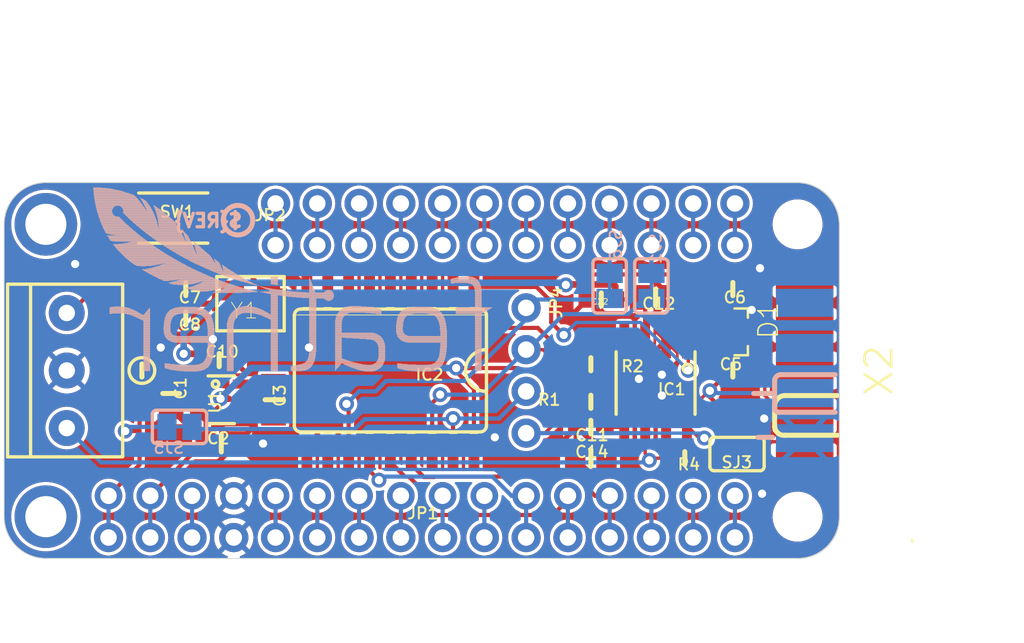
<source format=kicad_pcb>
(kicad_pcb (version 20221018) (generator pcbnew)
  (layers (0 "F.Cu" signal) (1 "In1.Cu" signal) (2 "In2.Cu" signal) (3 "In3.Cu" signal) (4 "In4.Cu" signal) (5 "In5.Cu" signal) (6 "In6.Cu" signal) (7 "In7.Cu" signal) (8 "In8.Cu" signal) (9 "In9.Cu" signal) (10 "In10.Cu" signal) (11 "In11.Cu" signal) (12 "In12.Cu" signal) (13 "In13.Cu" signal) (14 "In14.Cu" signal) (31 "B.Cu" signal) (34 "B.Paste" user) (35 "F.Paste" user) (36 "B.SilkS" user "B.Silkscreen") (37 "F.SilkS" user "F.Silkscreen") (38 "B.Mask" user) (39 "F.Mask" user) (44 "Edge.Cuts" user))
  (net 0 "")
  (net 1 "GND")
  (net 2 "SDA")
  (net 3 "SCL")
  (net 4 "VBAT")
  (net 5 "EN")
  (net 6 "USB")
  (net 7 "N")
  (net 8 "M")
  (net 9 "L")
  (net 10 "K")
  (net 11 "CAN_CS")
  (net 12 "G")
  (net 13 "TX")
  (net 14 "RX")
  (net 15 "MISO")
  (net 16 "MOSI")
  (net 17 "SCK")
  (net 18 "F")
  (net 19 "E")
  (net 20 "D")
  (net 21 "C")
  (net 22 "B")
  (net 23 "A")
  (net 24 "AREF")
  (net 25 "RESET")
  (net 26 "N$2")
  (net 27 "CAN_RX")
  (net 28 "CAN_TX")
  (net 29 "OSC2")
  (net 30 "OSC1")
  (net 31 "CAN_L")
  (net 32 "CAN_H")
  (net 33 "CAN_CS_DEFAULT")
  (net 34 "5.0V")
  (net 35 "3.3V")
  (net 36 "~{CAN_INT}")
  (net 37 "CAN_INT_DEFAULT")
  (net 38 "N$1")
  (net 39 "N$3")
  (net 40 "CAN_RESET")
  (net 41 "SILENT")
  (net 42 "J")
  (footprint "working:0603-NO" (layer "F.Cu") (at 134.149713 101.828193)
    (fp_text reference "C8")
    (fp_text value "15pF")
  )
  (footprint "working:SOIC18WIDE" (layer "F.Cu") (at 146.595713 105.003193 180)
    (fp_text reference "IC2")
    (fp_text value "MCP2515/SO")
  )
  (footprint "working:0603-NO" (layer "F.Cu") (at 136.181713 104.368193 180)
    (fp_text reference "C10")
    (fp_text value "0.1uF")
  )
  (footprint "working:1X04_ROUND" (layer "F.Cu") (at 154.850713 105.003193 -90)
    (fp_text reference "JP4")
    (fp_text value "")
  )
  (footprint "working:PLABEL15" (layer "F.Cu") (at 157.009713 110.718193 90)
    (fp_text reference "PLABEL15" hide)
    (fp_text value "" hide)
  )
  (footprint "working:TERMBLOCK_1X3-3.5MM" (layer "F.Cu") (at 126.910713 105.003193 -90)
    (fp_text reference "NEOPIX1" hide)
    (fp_text value "3.5mm")
  )
  (footprint "working:SOT23-6" (layer "F.Cu") (at 136.308713 106.781193 -90)
    (fp_text reference "U1")
    (fp_text value "AP3602")
  )
  (footprint "working:0805-NO" (layer "F.Cu") (at 158.787713 110.337193 180)
    (fp_text reference "C14")
    (fp_text value "10uF")
  )
  (footprint "working:FIDUCIAL_1MM" (layer "F.Cu") (at 129.323713 95.605193)
    (fp_text reference "FID2" hide)
    (fp_text value "FIDUCIAL_1MM" hide)
  )
  (footprint "working:0603-NO" (layer "F.Cu") (at 159.422713 100.685193)
    (fp_text reference "C22")
    (fp_text value "0.1uF" hide)
  )
  (footprint "working:0805-NO" (layer "F.Cu") (at 162.724713 100.558193)
    (fp_text reference "C12")
    (fp_text value "10uF")
  )
  (footprint "working:CRYSTAL_3.2X2.5" (layer "F.Cu") (at 138.086713 100.939193)
    (fp_text reference "Y1")
    (fp_text value "16MHz 9pF")
  )
  (footprint "working:PLABEL2" (layer "F.Cu") (at 131.355713 101.320193 90)
    (fp_text reference "PLABEL2" hide)
    (fp_text value "" hide)
  )
  (footprint "working:SYMBOL_MINUS" (layer "F.Cu") (at 131.482713 105.003193 90)
    (fp_text reference "U$21" hide)
    (fp_text value "" hide)
  )
  (footprint "working:PLABEL3" (layer "F.Cu") (at 165.391713 106.908193)
    (fp_text reference "PLABEL3" hide)
    (fp_text value "" hide)
  )
  (footprint "working:FIDUCIAL_1MM" (layer "F.Cu") (at 169.836713 115.544193)
    (fp_text reference "FID3" hide)
    (fp_text value "FIDUCIAL_1MM" hide)
  )
  (footprint "working:0805-NO" (layer "F.Cu") (at 136.308713 109.448193)
    (fp_text reference "C2")
    (fp_text value "10uF")
  )
  (footprint "working:PLABEL16" (layer "F.Cu") (at 165.264713 108.686193)
    (fp_text reference "PLABEL16" hide)
    (fp_text value "" hide)
  )
  (footprint "working:PLABEL6" (layer "F.Cu") (at 153.707713 107.670193 90)
    (fp_text reference "PLABEL6" hide)
    (fp_text value "" hide)
  )
  (footprint "working:0603-NO" (layer "F.Cu") (at 167.423713 100.050193)
    (fp_text reference "C6")
    (fp_text value "47pF")
  )
  (footprint "working:SOLDERJUMPER_CLOSEDWIRE" (layer "F.Cu") (at 167.677713 110.083193)
    (fp_text reference "SJ3")
    (fp_text value "")
  )
  (footprint "working:M09D" (layer "F.Cu") (at 177.837713 105.003193 -90)
    (fp_text reference "X2")
    (fp_text value "DE-9")
  )
  (footprint "working:0603-NO" (layer "F.Cu") (at 158.787713 104.622193)
    (fp_text reference "R2")
    (fp_text value "10K")
  )
  (footprint "working:0603-NO" (layer "F.Cu") (at 158.787713 106.908193 180)
    (fp_text reference "R1")
    (fp_text value "10K")
  )
  (footprint "working:FEATHERWING_NODIM" (layer "F.Cu") (at 123.100713 116.433193)
    (fp_text reference "MS1" hide)
    (fp_text value "FEATHERWING_NODIM" hide)
  )
  (footprint "working:1X16_ROUND" (layer "F.Cu") (at 148.500713 112.623193 180)
    (fp_text reference "JP1")
    (fp_text value "")
  )
  (footprint "working:BTN_RKB2_4.6X2.8" (layer "F.Cu") (at 133.387713 95.732193)
    (fp_text reference "SW1")
    (fp_text value "RKB2")
  )
  (footprint "working:0805-NO" (layer "F.Cu") (at 133.260713 106.400193 -90)
    (fp_text reference "C1")
    (fp_text value "10uF")
  )
  (footprint "working:SOIC8_150MIL" (layer "F.Cu") (at 162.724713 105.765193 180)
    (fp_text reference "IC1")
    (fp_text value "TJA1051T/3")
  )
  (footprint "working:PLABEL1" (layer "F.Cu") (at 131.482713 108.813193 90)
    (fp_text reference "PLABEL1" hide)
    (fp_text value "" hide)
  )
  (footprint "working:0603-NO" (layer "F.Cu") (at 164.502713 110.337193)
    (fp_text reference "R4")
    (fp_text value "120")
  )
  (footprint "working:SOT23" (layer "F.Cu") (at 167.677713 102.653693 -90)
    (fp_text reference "D1")
    (fp_text value "PESD1CAN")
  )
  (footprint "working:1X12_ROUND" (layer "F.Cu") (at 153.580713 97.383193)
    (fp_text reference "JP2")
    (fp_text value "")
  )
  (footprint "working:PLABEL0" (layer "F.Cu") (at 133.387713 98.018193)
    (fp_text reference "PLABEL0" hide)
    (fp_text value "" hide)
  )
  (footprint "working:0603-NO" (layer "F.Cu") (at 134.149713 100.050193)
    (fp_text reference "C7")
    (fp_text value "15pF")
  )
  (footprint "working:PLABEL4" (layer "F.Cu") (at 157.009713 104.749193 90)
    (fp_text reference "PLABEL4" hide)
    (fp_text value "" hide)
  )
  (footprint "working:0603-NO" (layer "F.Cu") (at 158.787713 108.432193)
    (fp_text reference "C11")
    (fp_text value "0.1uF")
  )
  (footprint "working:0603-NO" (layer "F.Cu") (at 167.423713 105.003193 180)
    (fp_text reference "C5")
    (fp_text value "47pF")
  )
  (footprint "working:PLABEL5" (layer "F.Cu") (at 153.707713 102.082193 90)
    (fp_text reference "PLABEL5" hide)
    (fp_text value "" hide)
  )
  (footprint "working:0805-NO" (layer "F.Cu") (at 139.483713 106.781193 90)
    (fp_text reference "C3")
    (fp_text value "1uF")
  )
  (footprint "working:PLABEL10" (layer "B.Cu") (at 168.566713 107.035193 180)
    (fp_text reference "PLABEL10" hide)
    (fp_text value "" hide)
  )
  (footprint "working:SOLDERJUMPER_CLOSEDWIRE" (layer "B.Cu") (at 162.470713 99.859693 -90)
    (fp_text reference "SJ1")
    (fp_text value "")
  )
  (footprint "working:PLABEL9" (layer "B.Cu") (at 163.105713 101.828193 -90)
    (fp_text reference "PLABEL9" hide)
    (fp_text value "" hide)
  )
  (footprint "working:PCBFEAT-REV-040" (layer "B.Cu") (at 137.324713 95.859193 180)
    (fp_text reference "U$33" hide)
    (fp_text value "" hide)
  )
  (footprint "working:PLABEL8" (layer "B.Cu") (at 160.565713 101.701193 -90)
    (fp_text reference "PLABEL8" hide)
    (fp_text value "" hide)
  )
  (footprint "working:PLABEL11" (layer "B.Cu") (at 168.693713 109.575193 180)
    (fp_text reference "PLABEL11" hide)
    (fp_text value "" hide)
  )
  (footprint "working:SOLDERJUMPER_CLOSEDWIRE" (layer "B.Cu") (at 159.930713 99.859693 -90)
    (fp_text reference "SJ6")
    (fp_text value "")
  )
  (footprint "working:SOLDERJUMPER_CLOSEDWIRE" (layer "B.Cu") (at 133.768713 108.432193)
    (fp_text reference "SJ5")
    (fp_text value "")
  )
  (footprint "working:PLABEL13" (layer "B.Cu") (at 152.310713 110.337193 180)
    (fp_text reference "PLABEL13" hide)
    (fp_text value "" hide)
  )
  (footprint "working:FEATHERLOGO" (layer "B.Cu") (at 152.818713 105.130193 180)
    (fp_text reference "U$22" hide)
    (fp_text value "" hide)
  )
  (footprint "working:PLABEL12" (layer "B.Cu") (at 135.419713 110.972193 180)
    (fp_text reference "PLABEL12" hide)
    (fp_text value "" hide)
  )
  (footprint "working:PLABEL14" (layer "B.Cu") (at 166.915713 105.384193 90)
    (fp_text reference "PLABEL14" hide)
    (fp_text value "" hide)
  )
  (gr_line (start 169.836713 106.400193) (end 168.693713 106.400193) (stroke (width 0.3048)) (layer "B.SilkS"))
  (gr_arc (start 169.963713 105.638193) (mid 170.075305 105.368785) (end 170.344713 105.257193) (stroke (width 0.3048)) (layer "B.SilkS"))
  (gr_line (start 169.963713 105.638193) (end 169.963713 107.289193) (stroke (width 0.3048)) (layer "B.SilkS"))
  (gr_line (start 173.646713 105.257193) (end 170.344713 105.257193) (stroke (width 0.3048)) (layer "B.SilkS"))
  (gr_line (start 169.836713 109.067193) (end 168.947713 109.067193) (stroke (width 0.3048)) (layer "B.SilkS"))
  (gr_line (start 170.217713 107.543193) (end 173.646713 107.543193) (stroke (width 0.3048)) (layer "B.SilkS"))
  (gr_arc (start 170.217713 107.543193) (mid 170.038108 107.468798) (end 169.963713 107.289193) (stroke (width 0.3048)) (layer "B.SilkS"))
  (gr_line (start 169.963713 107.162193) (end 169.963713 108.432193) (stroke (width 0.3048)) (layer "F.SilkS"))
  (gr_line (start 170.598713 108.940193) (end 173.773713 108.940193) (stroke (width 0.3048)) (layer "F.SilkS"))
  (gr_arc (start 170.598713 108.940193) (mid 170.176003 108.817706) (end 169.963713 108.432193) (stroke (width 0.3048)) (layer "F.SilkS"))
  (gr_line (start 173.773713 106.527193) (end 170.598713 106.527193) (stroke (width 0.3048)) (layer "F.SilkS"))
  (gr_arc (start 169.963713 107.162193) (mid 170.1497 106.71318) (end 170.598713 106.527193) (stroke (width 0.3048)) (layer "F.SilkS"))
  (gr_arc (start 125.640713 116.433193) (mid 123.844662 115.689244) (end 123.100713 113.893193) (stroke (width 0.05)) (layer "Edge.Cuts"))
  (gr_line (start 173.900713 96.240193) (end 173.900713 114.020193) (stroke (width 0.05)) (layer "Edge.Cuts"))
  (gr_arc (start 123.100713 96.113193) (mid 123.844662 94.317142) (end 125.640713 93.573193) (stroke (width 0.05)) (layer "Edge.Cuts"))
  (gr_arc (start 173.900713 114.020193) (mid 173.130462 115.752744) (end 171.360713 116.433193) (stroke (width 0.05)) (layer "Edge.Cuts"))
  (gr_arc (start 171.360713 93.573193) (mid 173.156764 94.317142) (end 173.900713 96.113193) (stroke (width 0.05)) (layer "Edge.Cuts"))
  (gr_line (start 171.360713 93.573193) (end 125.640713 93.573193) (stroke (width 0.05)) (layer "Edge.Cuts"))
  (gr_arc (start 171.360713 93.573193) (mid 173.183067 94.380642) (end 173.900713 96.240193) (stroke (width 0.05)) (layer "Edge.Cuts"))
  (gr_line (start 123.100713 113.893193) (end 123.100713 96.113193) (stroke (width 0.05)) (layer "Edge.Cuts"))
  (gr_line (start 173.900713 113.893193) (end 173.900713 96.113193) (stroke (width 0.05)) (layer "Edge.Cuts"))
  (gr_line (start 171.360713 116.433193) (end 125.640713 116.433193) (stroke (width 0.05)) (layer "Edge.Cuts"))
  (gr_arc (start 123.100713 96.113193) (mid 123.844662 94.317142) (end 125.640713 93.573193) (stroke (width 0.05)) (layer "Edge.Cuts"))
  (gr_arc (start 125.640713 116.433193) (mid 123.844662 115.689244) (end 123.100713 113.893193) (stroke (width 0.05)) (layer "Edge.Cuts"))
  (gr_arc (start 173.900713 113.893193) (mid 173.156764 115.689244) (end 171.360713 116.433193) (stroke (width 0.05)) (layer "Edge.Cuts"))
  (segment (start 158.787713 111.480193) (end 159.421344 111.480193) (width 0.254) (layer "F.Cu") (net 1))
  (segment (start 161.708713 106.879218) (end 161.708713 105.511193) (width 0.254) (layer "F.Cu") (net 1))
  (segment (start 135.008713 106.781193) (end 133.829713 106.781193) (width 0.254) (layer "F.Cu") (net 1))
  (segment (start 158.601463 107.966993) (end 158.402913 107.966993) (width 0.2032) (layer "F.Cu") (net 1))
  (segment (start 157.837713 110.337193) (end 157.837713 110.530193) (width 0.254) (layer "F.Cu") (net 1))
  (segment (start 169.455713 103.606193) (end 171.614713 103.606193) (width 0.2032) (layer "F.Cu") (net 1))
  (segment (start 163.359713 102.209193) (end 163.359713 103.165193) (width 0.254) (layer "F.Cu") (net 1))
  (segment (start 163.674713 101.894193) (end 163.359713 102.209193) (width 0.254) (layer "F.Cu") (net 1))
  (segment (start 161.459513 110.840393) (end 161.459513 107.128418) (width 0.254) (layer "F.Cu") (net 1))
  (segment (start 157.837713 108.432193) (end 157.937713 108.432193) (width 0.2032) (layer "F.Cu") (net 1))
  (segment (start 171.614713 103.606193) (end 171.792713 103.784193) (width 0.2032) (layer "F.Cu") (net 1))
  (segment (start 171.792713 103.784193) (end 171.792713 105.003193) (width 0.2032) (layer "F.Cu") (net 1))
  (segment (start 159.637713 106.908193) (end 159.637713 106.930743) (width 0.2032) (layer "F.Cu") (net 1))
  (segment (start 158.402913 107.966993) (end 157.937713 108.432193) (width 0.2032) (layer "F.Cu") (net 1))
  (segment (start 168.777713 102.653693) (end 168.777713 102.928193) (width 0.2032) (layer "F.Cu") (net 1))
  (segment (start 157.837713 110.337193) (end 157.837713 108.432193) (width 0.2032) (layer "F.Cu") (net 1))
  (segment (start 159.421344 111.480193) (end 159.446744 111.454793) (width 0.254) (layer "F.Cu") (net 1))
  (segment (start 168.777713 102.928193) (end 169.455713 103.606193) (width 0.2032) (layer "F.Cu") (net 1))
  (segment (start 159.637713 106.930743) (end 158.601463 107.966993) (width 0.2032) (layer "F.Cu") (net 1))
  (segment (start 133.829713 106.781193) (end 133.260713 107.350193) (width 0.254) (layer "F.Cu") (net 1))
  (segment (start 163.674713 100.558193) (end 163.674713 101.894193) (width 0.254) (layer "F.Cu") (net 1))
  (segment (start 160.845113 111.454793) (end 161.459513 110.840393) (width 0.254) (layer "F.Cu") (net 1))
  (segment (start 157.837713 110.530193) (end 158.787713 111.480193) (width 0.254) (layer "F.Cu") (net 1))
  (segment (start 159.446744 111.454793) (end 160.845113 111.454793) (width 0.254) (layer "F.Cu") (net 1))
  (segment (start 161.459513 107.128418) (end 161.708713 106.879218) (width 0.254) (layer "F.Cu") (net 1))
  (via (at 169.328713 107.924193) (size 0.9064) (drill 0.5) (layers "F.Cu" "B.Cu") (net 1))
  (via (at 127.418713 98.526193) (size 0.9064) (drill 0.5) (layers "F.Cu" "B.Cu") (net 1))
  (via (at 169.074713 98.780193) (size 0.9064) (drill 0.5) (layers "F.Cu" "B.Cu") (net 1))
  (via (at 152.945713 109.067193) (size 0.9064) (drill 0.5) (layers "F.Cu" "B.Cu") (net 1))
  (via (at 138.848713 109.448193) (size 0.9064) (drill 0.5) (layers "F.Cu" "B.Cu") (net 1))
  (via (at 168.566713 101.320193) (size 0.9064) (drill 0.5) (layers "F.Cu" "B.Cu") (net 1))
  (via (at 169.201713 112.496193) (size 0.9064) (drill 0.5) (layers "F.Cu" "B.Cu") (net 1))
  (via (at 135.800713 103.098193) (size 0.9064) (drill 0.5) (layers "F.Cu" "B.Cu") (net 1))
  (via (at 161.708713 105.511193) (size 0.9064) (drill 0.5) (layers "F.Cu" "B.Cu") (net 1))
  (via (at 163.105713 105.257193) (size 0.9064) (drill 0.5) (layers "F.Cu" "B.Cu") (net 1))
  (via (at 132.625713 103.606193) (size 0.9064) (drill 0.5) (layers "F.Cu" "B.Cu") (net 1))
  (via (at 141.642713 103.606193) (size 0.9064) (drill 0.5) (layers "F.Cu" "B.Cu") (net 1))
  (via (at 163.105713 106.527193) (size 0.9064) (drill 0.5) (layers "F.Cu" "B.Cu") (net 1))
  (segment (start 167.550713 94.843193) (end 167.550713 97.383193) (width 0.254) (layer "B.Cu") (net 2))
  (segment (start 165.010713 94.843193) (end 165.010713 97.383193) (width 0.254) (layer "B.Cu") (net 3))
  (segment (start 139.610713 94.843193) (end 139.610713 97.383193) (width 0.254) (layer "B.Cu") (net 4))
  (segment (start 142.150713 97.383193) (end 142.150713 94.843193) (width 0.254) (layer "B.Cu") (net 5))
  (segment (start 144.690713 94.843193) (end 144.690713 97.383193) (width 0.254) (layer "B.Cu") (net 6))
  (segment (start 147.230713 97.383193) (end 147.230713 94.843193) (width 0.254) (layer "B.Cu") (net 7))
  (segment (start 149.770713 94.843193) (end 149.770713 97.383193) (width 0.254) (layer "B.Cu") (net 8))
  (segment (start 152.310713 97.383193) (end 152.310713 94.843193) (width 0.254) (layer "B.Cu") (net 9))
  (segment (start 154.850713 94.843193) (end 154.850713 97.383193) (width 0.254) (layer "B.Cu") (net 10))
  (segment (start 155.866713 103.733193) (end 156.755713 104.622193) (width 0.2032) (layer "F.Cu") (net 11))
  (segment (start 149.135713 110.032393) (end 149.135713 106.984393) (width 0.254) (layer "F.Cu") (net 11))
  (segment (start 156.755713 104.622193) (end 157.937713 104.622193) (width 0.2032) (layer "F.Cu") (net 11))
  (segment (start 149.635863 106.484243) (end 149.135713 106.984393) (width 0.254) (layer "F.Cu") (net 11))
  (segment (start 154.850713 103.733193) (end 155.866713 103.733193) (width 0.2032) (layer "F.Cu") (net 11))
  (segment (start 149.622313 106.470693) (end 149.635863 106.484243) (width 0.254) (layer "F.Cu") (net 11))
  (via (at 149.622313 106.470693) (size 0.9064) (drill 0.5) (layers "F.Cu" "B.Cu") (net 11))
  (segment (start 154.977713 103.733193) (end 157.136713 101.574193) (width 0.254) (layer "B.Cu") (net 11))
  (segment (start 162.026213 100.621693) (end 161.073713 101.574193) (width 0.254) (layer "B.Cu") (net 11))
  (segment (start 157.136713 101.574193) (end 161.073713 101.574193) (width 0.254) (layer "B.Cu") (net 11))
  (segment (start 149.622313 106.470693) (end 152.113213 106.470693) (width 0.254) (layer "B.Cu") (net 11))
  (segment (start 154.850713 103.733193) (end 154.977713 103.733193) (width 0.254) (layer "B.Cu") (net 11))
  (segment (start 152.113213 106.470693) (end 154.850713 103.733193) (width 0.254) (layer "B.Cu") (net 11))
  (segment (start 162.470713 100.621693) (end 162.026213 100.621693) (width 0.254) (layer "B.Cu") (net 11))
  (segment (start 167.550713 115.163193) (end 167.550713 112.623193) (width 0.254) (layer "B.Cu") (net 12))
  (segment (start 165.010713 115.163193) (end 165.010713 112.623193) (width 0.254) (layer "B.Cu") (net 13))
  (segment (start 162.470713 112.623193) (end 162.470713 115.163193) (width 0.254) (layer "B.Cu") (net 14))
  (segment (start 148.627713 111.480193) (end 149.261344 111.480193) (width 0.254) (layer "F.Cu") (net 15))
  (segment (start 149.261344 111.480193) (end 149.286744 111.454793) (width 0.254) (layer "F.Cu") (net 15))
  (segment (start 147.865713 110.718193) (end 148.627713 111.480193) (width 0.254) (layer "F.Cu") (net 15))
  (segment (start 157.874681 111.454793) (end 159.043081 112.623193) (width 0.254) (layer "F.Cu") (net 15))
  (segment (start 159.043081 112.623193) (end 159.930713 112.623193) (width 0.254) (layer "F.Cu") (net 15))
  (segment (start 147.865713 110.032393) (end 147.865713 110.718193) (width 0.254) (layer "F.Cu") (net 15))
  (segment (start 149.286744 111.454793) (end 157.874681 111.454793) (width 0.254) (layer "F.Cu") (net 15))
  (segment (start 159.930713 112.623193) (end 159.930713 115.163193) (width 0.254) (layer "B.Cu") (net 15))
  (segment (start 157.390713 112.877193) (end 157.390713 112.623193) (width 0.254) (layer "F.Cu") (net 16))
  (segment (start 156.476313 113.791593) (end 157.390713 112.877193) (width 0.254) (layer "F.Cu") (net 16))
  (segment (start 147.714681 111.454793) (end 148.399113 112.139225) (width 0.254) (layer "F.Cu") (net 16))
  (segment (start 146.595713 110.032393) (end 146.595713 110.575568) (width 0.254) (layer "F.Cu") (net 16))
  (segment (start 146.595713 110.575568) (end 147.474938 111.454793) (width 0.254) (layer "F.Cu") (net 16))
  (segment (start 148.399113 113.537593) (end 148.653113 113.791593) (width 0.254) (layer "F.Cu") (net 16))
  (segment (start 147.474938 111.454793) (end 147.714681 111.454793) (width 0.254) (layer "F.Cu") (net 16))
  (segment (start 148.653113 113.791593) (end 156.476313 113.791593) (width 0.254) (layer "F.Cu") (net 16))
  (segment (start 148.399113 112.139225) (end 148.399113 113.537593) (width 0.254) (layer "F.Cu") (net 16))
  (segment (start 157.390713 115.163193) (end 157.390713 112.623193) (width 0.254) (layer "B.Cu") (net 16))
  (segment (start 145.325713 110.032393) (end 145.325713 111.099193) (width 0.254) (layer "F.Cu") (net 17))
  (segment (start 145.897213 111.670693) (end 145.325713 111.099193) (width 0.254) (layer "F.Cu") (net 17))
  (via (at 145.897213 111.670693) (size 0.9064) (drill 0.5) (layers "F.Cu" "B.Cu") (net 17))
  (segment (start 153.963081 112.623193) (end 154.850713 112.623193) (width 0.254) (layer "B.Cu") (net 17))
  (segment (start 152.794681 111.454793) (end 146.113113 111.454793) (width 0.254) (layer "B.Cu") (net 17))
  (segment (start 154.850713 115.163193) (end 154.850713 112.623193) (width 0.254) (layer "B.Cu") (net 17))
  (segment (start 152.794681 111.454793) (end 153.963081 112.623193) (width 0.254) (layer "B.Cu") (net 17))
  (segment (start 145.897213 111.670693) (end 146.113113 111.454793) (width 0.254) (layer "B.Cu") (net 17))
  (segment (start 152.310713 115.163193) (end 152.310713 112.623193) (width 0.254) (layer "B.Cu") (net 18))
  (segment (start 149.770713 115.163193) (end 149.770713 112.623193) (width 0.254) (layer "B.Cu") (net 19))
  (segment (start 147.230713 112.623193) (end 147.230713 115.163193) (width 0.254) (layer "B.Cu") (net 20))
  (segment (start 144.690713 115.163193) (end 144.690713 112.623193) (width 0.254) (layer "B.Cu") (net 21))
  (segment (start 142.150713 112.623193) (end 142.150713 115.163193) (width 0.254) (layer "B.Cu") (net 22))
  (segment (start 139.610713 115.163193) (end 139.610713 112.623193) (width 0.254) (layer "B.Cu") (net 23))
  (segment (start 134.530713 115.163193) (end 134.530713 112.623193) (width 0.254) (layer "B.Cu") (net 24))
  (segment (start 131.337713 110.736193) (end 129.450713 112.623193) (width 0.254) (layer "F.Cu") (net 25))
  (segment (start 131.210713 108.686193) (end 131.337713 108.813193) (width 0.254) (layer "F.Cu") (net 25))
  (segment (start 130.466713 108.686193) (end 131.210713 108.686193) (width 0.254) (layer "F.Cu") (net 25))
  (segment (start 131.337713 108.813193) (end 131.337713 110.736193) (width 0.254) (layer "F.Cu") (net 25))
  (segment (start 131.414713 96.807193) (end 131.337713 108.813193) (width 0.254) (layer "F.Cu") (net 25))
  (segment (start 131.414713 96.807193) (end 135.360713 96.807193) (width 0.254) (layer "F.Cu") (net 25))
  (via (at 130.466713 108.686193) (size 0.9064) (drill 0.5) (layers "F.Cu" "B.Cu") (net 25))
  (segment (start 129.450713 112.623193) (end 129.450713 115.163193) (width 0.254) (layer "B.Cu") (net 25))
  (segment (start 133.006713 108.432193) (end 130.720713 108.432193) (width 0.254) (layer "B.Cu") (net 25))
  (segment (start 130.720713 108.432193) (end 130.466713 108.686193) (width 0.254) (layer "B.Cu") (net 25))
  (segment (start 137.608713 107.731193) (end 139.483713 107.731193) (width 0.254) (layer "F.Cu") (net 26))
  (segment (start 156.882713 103.733193) (end 160.251713 103.733193) (width 0.254) (layer "F.Cu") (net 27))
  (segment (start 155.561913 102.412393) (end 156.882713 103.733193) (width 0.254) (layer "F.Cu") (net 27))
  (segment (start 151.015313 100.583593) (end 151.015313 101.126768) (width 0.254) (layer "F.Cu") (net 27))
  (segment (start 151.015313 101.126768) (end 152.300938 102.412393) (width 0.254) (layer "F.Cu") (net 27))
  (segment (start 152.300938 102.412393) (end 155.561913 102.412393) (width 0.254) (layer "F.Cu") (net 27))
  (segment (start 160.251713 103.733193) (end 160.819713 103.165193) (width 0.254) (layer "F.Cu") (net 27))
  (segment (start 150.405713 99.973993) (end 151.015313 100.583593) (width 0.254) (layer "F.Cu") (net 27))
  (segment (start 155.485713 99.923193) (end 151.726513 99.923193) (width 0.254) (layer "F.Cu") (net 28))
  (segment (start 156.374713 100.812193) (end 156.374713 102.082193) (width 0.254) (layer "F.Cu") (net 28))
  (segment (start 157.136713 102.844193) (end 156.374713 102.082193) (width 0.254) (layer "F.Cu") (net 28))
  (segment (start 164.629713 103.165193) (end 164.713313 103.248793) (width 0.2032) (layer "F.Cu") (net 28))
  (segment (start 151.675713 99.973993) (end 151.726513 99.923193) (width 0.254) (layer "F.Cu") (net 28))
  (segment (start 156.374713 100.812193) (end 155.485713 99.923193) (width 0.254) (layer "F.Cu") (net 28))
  (segment (start 164.713313 103.248793) (end 164.713313 104.992881) (width 0.2032) (layer "F.Cu") (net 28))
  (via (at 164.713313 104.992881) (size 0.9064) (drill 0.5) (layers "F.Cu" "B.Cu") (net 28))
  (via (at 157.136713 102.844193) (size 0.9064) (drill 0.5) (layers "F.Cu" "B.Cu") (net 28))
  (segment (start 161.802625 102.082193) (end 157.898713 102.082193) (width 0.2032) (layer "B.Cu") (net 28))
  (segment (start 164.713313 104.992881) (end 161.802625 102.082193) (width 0.2032) (layer "B.Cu") (net 28))
  (segment (start 157.136713 102.844193) (end 157.898713 102.082193) (width 0.2032) (layer "B.Cu") (net 28))
  (segment (start 142.934113 102.441793) (end 144.055713 101.320193) (width 0.254) (layer "F.Cu") (net 29))
  (segment (start 138.086713 103.098193) (end 140.026813 103.098193) (width 0.254) (layer "F.Cu") (net 29))
  (segment (start 136.986713 101.739193) (end 135.088713 101.739193) (width 0.254) (layer "F.Cu") (net 29))
  (segment (start 144.055713 101.320193) (end 144.055713 99.973993) (width 0.254) (layer "F.Cu") (net 29))
  (segment (start 136.986713 101.998193) (end 136.986713 101.739193) (width 0.254) (layer "F.Cu") (net 29))
  (segment (start 136.986713 101.998193) (end 138.086713 103.098193) (width 0.254) (layer "F.Cu") (net 29))
  (segment (start 140.026813 103.098193) (end 140.683213 102.441793) (width 0.254) (layer "F.Cu") (net 29))
  (segment (start 135.088713 101.739193) (end 134.999713 101.828193) (width 0.254) (layer "F.Cu") (net 29))
  (segment (start 140.683213 102.441793) (end 142.934113 102.441793) (width 0.254) (layer "F.Cu") (net 29))
  (segment (start 140.626713 101.320193) (end 140.626713 100.558193) (width 0.254) (layer "F.Cu") (net 30))
  (segment (start 142.404713 101.701193) (end 142.785713 101.320193) (width 0.254) (layer "F.Cu") (net 30))
  (segment (start 139.186713 100.139193) (end 138.975713 100.139193) (width 0.254) (layer "F.Cu") (net 30))
  (segment (start 141.007713 101.701193) (end 140.626713 101.320193) (width 0.254) (layer "F.Cu") (net 30))
  (segment (start 140.207713 100.139193) (end 139.229713 100.139193) (width 0.254) (layer "F.Cu") (net 30))
  (segment (start 139.229713 100.139193) (end 139.186713 100.139193) (width 0.254) (layer "F.Cu") (net 30))
  (segment (start 141.007713 101.701193) (end 142.404713 101.701193) (width 0.254) (layer "F.Cu") (net 30))
  (segment (start 140.626713 100.558193) (end 140.207713 100.139193) (width 0.254) (layer "F.Cu") (net 30))
  (segment (start 134.999713 100.050193) (end 136.142713 98.907193) (width 0.254) (layer "F.Cu") (net 30))
  (segment (start 136.142713 98.907193) (end 137.743713 98.907193) (width 0.254) (layer "F.Cu") (net 30))
  (segment (start 142.785713 101.320193) (end 142.785713 99.973993) (width 0.254) (layer "F.Cu") (net 30))
  (segment (start 137.743713 98.907193) (end 138.975713 100.139193) (width 0.254) (layer "F.Cu") (net 30))
  (segment (start 171.411313 107.416193) (end 171.741713 107.746593) (width 0.2032) (layer "F.Cu") (net 31))
  (segment (start 166.573713 101.699693) (end 166.577713 101.703693) (width 0.2032) (layer "F.Cu") (net 31))
  (segment (start 163.906713 111.226193) (end 169.112063 111.226193) (width 0.2032) (layer "F.Cu") (net 31))
  (segment (start 169.582713 109.541543) (end 169.582713 110.755543) (width 0.2032) (layer "F.Cu") (net 31))
  (segment (start 163.906713 111.226193) (end 163.652713 110.972193) (width 0.2032) (layer "F.Cu") (net 31))
  (segment (start 162.343713 110.298193) (end 162.236213 110.190693) (width 0.254) (layer "F.Cu") (net 31))
  (segment (start 162.236213 110.190693) (end 162.089713 110.044193) (width 0.2032) (layer "F.Cu") (net 31))
  (segment (start 162.089713 108.365193) (end 162.089713 110.044193) (width 0.2032) (layer "F.Cu") (net 31))
  (segment (start 171.792913 107.746593) (end 171.741713 107.746593) (width 0.254) (layer "F.Cu") (net 31))
  (segment (start 166.577713 101.703693) (end 167.677713 102.803693) (width 0.2032) (layer "F.Cu") (net 31))
  (segment (start 168.693713 103.860193) (end 169.370013 104.536493) (width 0.2032) (layer "F.Cu") (net 31))
  (segment (start 163.652713 110.337193) (end 163.652713 110.972193) (width 0.2032) (layer "F.Cu") (net 31))
  (segment (start 169.112063 111.226193) (end 169.582713 110.755543) (width 0.2032) (layer "F.Cu") (net 31))
  (segment (start 167.677713 103.700643) (end 167.837263 103.860193) (width 0.2032) (layer "F.Cu") (net 31))
  (segment (start 169.789663 109.334593) (end 169.582713 109.541543) (width 0.2032) (layer "F.Cu") (net 31))
  (segment (start 167.837263 103.860193) (end 168.693713 103.860193) (width 0.2032) (layer "F.Cu") (net 31))
  (segment (start 162.343713 110.464193) (end 162.343713 110.298193) (width 0.254) (layer "F.Cu") (net 31))
  (segment (start 166.573713 100.050193) (end 166.573713 101.699693) (width 0.2032) (layer "F.Cu") (net 31))
  (segment (start 169.370013 106.527193) (end 170.259013 107.416193) (width 0.2032) (layer "F.Cu") (net 31))
  (segment (start 167.677713 102.803693) (end 167.677713 103.700643) (width 0.2032) (layer "F.Cu") (net 31))
  (segment (start 170.204913 109.334593) (end 169.789663 109.334593) (width 0.2032) (layer "F.Cu") (net 31))
  (segment (start 162.343713 110.464193) (end 162.343713 110.337193) (width 0.254) (layer "F.Cu") (net 31))
  (segment (start 169.370013 104.536493) (end 169.370013 106.527193) (width 0.2032) (layer "F.Cu") (net 31))
  (segment (start 170.259013 107.416193) (end 171.411313 107.416193) (width 0.2032) (layer "F.Cu") (net 31))
  (segment (start 171.792913 107.746593) (end 170.204913 109.334593) (width 0.2032) (layer "F.Cu") (net 31))
  (segment (start 163.652713 110.337193) (end 162.343713 110.337193) (width 0.2032) (layer "F.Cu") (net 31))
  (via (at 162.343713 110.464193) (size 0.9064) (drill 0.5) (layers "F.Cu" "B.Cu") (net 31))
  (segment (start 126.910713 108.503193) (end 128.998713 110.591193) (width 0.254) (layer "B.Cu") (net 31))
  (segment (start 128.998713 110.591193) (end 162.216713 110.591193) (width 0.254) (layer "B.Cu") (net 31))
  (segment (start 162.216713 110.591193) (end 162.343713 110.464193) (width 0.254) (layer "B.Cu") (net 31))
  (segment (start 139.077313 98.627793) (end 136.308713 95.859193) (width 0.254) (layer "F.Cu") (net 32))
  (segment (start 166.573713 105.003193) (end 166.573713 105.638193) (width 0.2032) (layer "F.Cu") (net 32))
  (segment (start 166.573713 105.638193) (end 165.314275 106.897631) (width 0.2032) (layer "F.Cu") (net 32))
  (segment (start 157.736613 99.161193) (end 157.203213 98.627793) (width 0.254) (layer "F.Cu") (net 32))
  (segment (start 130.720713 95.859193) (end 130.466713 96.113193) (width 0.254) (layer "F.Cu") (net 32))
  (segment (start 164.756713 99.161193) (end 157.736613 99.161193) (width 0.254) (layer "F.Cu") (net 32))
  (segment (start 164.169075 106.897631) (end 165.314275 106.897631) (width 0.2032) (layer "F.Cu") (net 32))
  (segment (start 163.359713 108.365193) (end 163.359713 107.706993) (width 0.2032) (layer "F.Cu") (net 32))
  (segment (start 136.308713 95.859193) (end 130.720713 95.859193) (width 0.254) (layer "F.Cu") (net 32))
  (segment (start 166.915713 105.345193) (end 166.573713 105.003193) (width 0.254) (layer "F.Cu") (net 32))
  (segment (start 127.108713 101.503193) (end 126.910713 101.503193) (width 0.254) (layer "F.Cu") (net 32))
  (segment (start 157.203213 98.627793) (end 139.077313 98.627793) (width 0.254) (layer "F.Cu") (net 32))
  (segment (start 166.577713 103.603693) (end 165.391713 102.417693) (width 0.254) (layer "F.Cu") (net 32))
  (segment (start 165.391713 99.796193) (end 164.756713 99.161193) (width 0.254) (layer "F.Cu") (net 32))
  (segment (start 168.439713 109.028193) (end 166.026713 106.615193) (width 0.254) (layer "F.Cu") (net 32))
  (segment (start 166.577713 103.603693) (end 166.577713 104.999193) (width 0.254) (layer "F.Cu") (net 32))
  (segment (start 166.026713 106.615193) (end 166.026713 106.234193) (width 0.254) (layer "F.Cu") (net 32))
  (segment (start 166.573713 105.003193) (end 166.577713 104.999193) (width 0.254) (layer "F.Cu") (net 32))
  (segment (start 165.391713 102.417693) (end 165.391713 99.796193) (width 0.254) (layer "F.Cu") (net 32))
  (segment (start 130.466713 98.145193) (end 127.108713 101.503193) (width 0.254) (layer "F.Cu") (net 32))
  (segment (start 163.359713 107.706993) (end 164.169075 106.897631) (width 0.2032) (layer "F.Cu") (net 32))
  (segment (start 168.439713 109.028193) (end 168.439713 110.083193) (width 0.254) (layer "F.Cu") (net 32))
  (segment (start 130.466713 96.113193) (end 130.466713 98.145193) (width 0.254) (layer "F.Cu") (net 32))
  (segment (start 166.915713 105.345193) (end 166.026713 106.234193) (width 0.254) (layer "F.Cu") (net 32))
  (via (at 166.026713 106.234193) (size 0.9064) (drill 0.5) (layers "F.Cu" "B.Cu") (net 32))
  (segment (start 166.026713 106.234193) (end 166.167222 106.374703) (width 0.254) (layer "B.Cu") (net 32))
  (segment (start 171.792513 106.374793) (end 166.167222 106.374703) (width 0.254) (layer "B.Cu") (net 32))
  (segment (start 162.470713 99.097693) (end 162.470713 97.383193) (width 0.254) (layer "B.Cu") (net 33))
  (segment (start 162.470713 94.843193) (end 162.470713 97.383193) (width 0.254) (layer "B.Cu") (net 33))
  (segment (start 134.950713 103.987193) (end 134.022713 103.987193) (width 0.4064) (layer "F.Cu") (net 34))
  (segment (start 161.647713 100.685193) (end 160.272713 100.685193) (width 0.254) (layer "F.Cu") (net 34))
  (segment (start 162.089713 103.165193) (end 162.089713 100.873193) (width 0.254) (layer "F.Cu") (net 34))
  (segment (start 133.260713 105.450193) (end 133.641713 105.831193) (width 0.254) (layer "F.Cu") (net 34))
  (segment (start 135.008713 104.691193) (end 135.331713 104.368193) (width 0.254) (layer "F.Cu") (net 34))
  (segment (start 161.774713 100.558193) (end 161.647713 100.685193) (width 0.254) (layer "F.Cu") (net 34))
  (segment (start 135.008713 105.831193) (end 135.008713 104.691193) (width 0.254) (layer "F.Cu") (net 34))
  (segment (start 157.263713 99.796193) (end 157.289113 99.770793) (width 0.4064) (layer "F.Cu") (net 34))
  (segment (start 135.331713 104.368193) (end 134.950713 103.987193) (width 0.4064) (layer "F.Cu") (net 34))
  (segment (start 133.641713 105.831193) (end 135.008713 105.831193) (width 0.254) (layer "F.Cu") (net 34))
  (segment (start 157.289113 99.770793) (end 160.159313 99.770793) (width 0.4064) (layer "F.Cu") (net 34))
  (segment (start 160.272713 99.884193) (end 160.272713 100.685193) (width 0.4064) (layer "F.Cu") (net 34))
  (segment (start 162.089713 100.873193) (end 161.774713 100.558193) (width 0.254) (layer "F.Cu") (net 34))
  (segment (start 160.159313 99.770793) (end 160.272713 99.884193) (width 0.4064) (layer "F.Cu") (net 34))
  (via (at 157.263713 99.796193) (size 0.9064) (drill 0.5) (layers "F.Cu" "B.Cu") (net 34))
  (via (at 134.022713 103.987193) (size 0.9064) (drill 0.5) (layers "F.Cu" "B.Cu") (net 34))
  (segment (start 134.022713 103.987193) (end 134.022713 102.717193) (width 0.4064) (layer "B.Cu") (net 34))
  (segment (start 134.022713 102.717193) (end 137.070713 99.669193) (width 0.4064) (layer "B.Cu") (net 34))
  (segment (start 157.136713 99.669193) (end 137.070713 99.669193) (width 0.4064) (layer "B.Cu") (net 34))
  (segment (start 157.136713 99.669193) (end 157.263713 99.796193) (width 0.4064) (layer "B.Cu") (net 34))
  (segment (start 160.819713 108.686193) (end 160.819713 109.127193) (width 0.254) (layer "F.Cu") (net 35))
  (segment (start 150.596213 104.854793) (end 154.2481 104.854793) (width 0.254) (layer "F.Cu") (net 35))
  (segment (start 135.501213 107.842693) (end 135.120213 107.842693) (width 0.254) (layer "F.Cu") (net 35))
  (segment (start 160.819713 105.804193) (end 160.819713 105.892193) (width 0.2032) (layer "F.Cu") (net 35))
  (segment (start 159.637713 104.622193) (end 160.819713 105.804193) (width 0.2032) (layer "F.Cu") (net 35))
  (segment (start 156.882713 105.892193) (end 160.819713 105.892193) (width 0.254) (layer "F.Cu") (net 35))
  (segment (start 159.637713 108.432193) (end 160.565713 108.432193) (width 0.254) (layer "F.Cu") (net 35))
  (segment (start 159.737713 110.337193) (end 159.673713 110.273193) (width 0.254) (layer "F.Cu") (net 35))
  (segment (start 160.819713 108.365193) (end 160.819713 108.686193) (width 0.254) (layer "F.Cu") (net 35))
  (segment (start 136.753213 106.717693) (end 136.689713 106.781193) (width 0.254) (layer "F.Cu") (net 35))
  (segment (start 154.3457 104.952393) (end 155.942913 104.952393) (width 0.254) (layer "F.Cu") (net 35))
  (segment (start 150.405713 105.003193) (end 150.532713 105.003193) (width 0.254) (layer "F.Cu") (net 35))
  (segment (start 160.819713 108.686193) (end 160.565713 108.432193) (width 0.254) (layer "F.Cu") (net 35))
  (segment (start 135.008713 107.731193) (end 135.120213 107.842693) (width 0.254) (layer "F.Cu") (net 35))
  (segment (start 131.990713 112.623193) (end 135.165713 109.448193) (width 0.254) (layer "F.Cu") (net 35))
  (segment (start 135.120213 107.842693) (end 135.358713 108.081193) (width 0.254) (layer "F.Cu") (net 35))
  (segment (start 135.165713 109.448193) (end 135.358713 109.448193) (width 0.254) (layer "F.Cu") (net 35))
  (segment (start 150.554113 104.854793) (end 150.596213 104.854793) (width 0.4064) (layer "F.Cu") (net 35))
  (segment (start 136.689713 106.781193) (end 136.562713 106.781193) (width 0.254) (layer "F.Cu") (net 35))
  (segment (start 155.942913 104.952393) (end 156.882713 105.892193) (width 0.254) (layer "F.Cu") (net 35))
  (segment (start 136.265113 106.717693) (end 136.753213 106.717693) (width 0.4064) (layer "F.Cu") (net 35))
  (segment (start 160.819713 109.127193) (end 159.673713 110.273193) (width 0.254) (layer "F.Cu") (net 35))
  (segment (start 160.819713 105.892193) (end 160.819713 108.365193) (width 0.2032) (layer "F.Cu") (net 35))
  (segment (start 150.405713 105.003193) (end 150.554113 104.854793) (width 0.4064) (layer "F.Cu") (net 35))
  (segment (start 137.608713 106.781193) (end 136.689713 106.781193) (width 0.254) (layer "F.Cu") (net 35))
  (segment (start 154.2481 104.854793) (end 154.3457 104.952393) (width 0.254) (layer "F.Cu") (net 35))
  (segment (start 136.562713 106.781193) (end 135.501213 107.842693) (width 0.254) (layer "F.Cu") (net 35))
  (segment (start 150.532713 105.003193) (end 151.675713 106.146193) (width 0.254) (layer "F.Cu") (net 35))
  (segment (start 135.358713 108.081193) (end 135.358713 109.448193) (width 0.254) (layer "F.Cu") (net 35))
  (segment (start 151.675713 106.146193) (end 151.675713 110.032393) (width 0.254) (layer "F.Cu") (net 35))
  (via (at 150.596213 104.854793) (size 0.9064) (drill 0.5) (layers "F.Cu" "B.Cu") (net 35))
  (via (at 136.265113 106.717693) (size 0.9064) (drill 0.5) (layers "F.Cu" "B.Cu") (net 35))
  (segment (start 138.108113 104.854793) (end 136.308713 106.654193) (width 0.4064) (layer "B.Cu") (net 35))
  (segment (start 136.265113 106.717693) (end 136.308713 106.674093) (width 0.4064) (layer "B.Cu") (net 35))
  (segment (start 150.596213 104.854793) (end 138.108113 104.854793) (width 0.4064) (layer "B.Cu") (net 35))
  (segment (start 136.308713 106.654193) (end 136.308713 106.674093) (width 0.4064) (layer "B.Cu") (net 35))
  (segment (start 131.990713 112.623193) (end 131.990713 115.163193) (width 0.254) (layer "B.Cu") (net 35))
  (segment (start 144.055713 110.032393) (end 144.055713 107.162193) (width 0.254) (layer "F.Cu") (net 36))
  (segment (start 144.055713 107.162193) (end 143.928713 107.035193) (width 0.254) (layer "F.Cu") (net 36))
  (via (at 143.928713 107.035193) (size 0.9064) (drill 0.5) (layers "F.Cu" "B.Cu") (net 36))
  (segment (start 145.695131 106.273193) (end 144.690713 106.273193) (width 0.254) (layer "B.Cu") (net 36))
  (segment (start 159.422713 100.621693) (end 159.930713 100.621693) (width 0.254) (layer "B.Cu") (net 36))
  (segment (start 154.850713 101.881981) (end 154.850713 101.193193) (width 0.254) (layer "B.Cu") (net 36))
  (segment (start 151.0945 105.638193) (end 154.850713 101.881981) (width 0.254) (layer "B.Cu") (net 36))
  (segment (start 143.928713 107.035193) (end 144.690713 106.273193) (width 0.254) (layer "B.Cu") (net 36))
  (segment (start 154.850713 101.193193) (end 155.358713 100.685193) (width 0.254) (layer "B.Cu") (net 36))
  (segment (start 159.359213 100.685193) (end 155.358713 100.685193) (width 0.254) (layer "B.Cu") (net 36))
  (segment (start 159.422713 100.621693) (end 159.359213 100.685193) (width 0.254) (layer "B.Cu") (net 36))
  (segment (start 146.330131 105.638193) (end 151.0945 105.638193) (width 0.254) (layer "B.Cu") (net 36))
  (segment (start 145.695131 106.273193) (end 146.330131 105.638193) (width 0.254) (layer "B.Cu") (net 36))
  (segment (start 159.930713 94.843193) (end 159.930713 97.383193) (width 0.254) (layer "B.Cu") (net 37))
  (segment (start 159.930713 99.097693) (end 159.930713 97.383193) (width 0.254) (layer "B.Cu") (net 37))
  (segment (start 137.608713 105.831193) (end 139.483713 105.831193) (width 0.254) (layer "F.Cu") (net 38))
  (segment (start 166.661713 110.337193) (end 166.915713 110.083193) (width 0.254) (layer "F.Cu") (net 39))
  (segment (start 165.352713 110.337193) (end 166.661713 110.337193) (width 0.254) (layer "F.Cu") (net 39))
  (segment (start 150.405713 107.924193) (end 150.405713 110.032393) (width 0.254) (layer "F.Cu") (net 40))
  (via (at 150.405713 107.924193) (size 0.9064) (drill 0.5) (layers "F.Cu" "B.Cu") (net 40))
  (segment (start 150.405713 107.924193) (end 153.199713 107.924193) (width 0.254) (layer "B.Cu") (net 40))
  (segment (start 144.436713 108.559193) (end 145.029613 107.966293) (width 0.254) (layer "B.Cu") (net 40))
  (segment (start 153.199713 107.924193) (end 154.850713 106.273193) (width 0.254) (layer "B.Cu") (net 40))
  (segment (start 150.405713 107.924193) (end 150.363613 107.966293) (width 0.254) (layer "B.Cu") (net 40))
  (segment (start 144.436713 108.559193) (end 134.657713 108.559193) (width 0.254) (layer "B.Cu") (net 40))
  (segment (start 134.530713 108.432193) (end 134.657713 108.559193) (width 0.254) (layer "B.Cu") (net 40))
  (segment (start 150.363613 107.966293) (end 145.029613 107.966293) (width 0.254) (layer "B.Cu") (net 40))
  (segment (start 164.629713 108.365193) (end 165.376769 109.11225) (width 0.2032) (layer "F.Cu") (net 41))
  (segment (start 157.937713 106.908193) (end 157.898713 106.908193) (width 0.2032) (layer "F.Cu") (net 41))
  (segment (start 165.690769 109.11225) (end 165.376769 109.11225) (width 0.2032) (layer "F.Cu") (net 41))
  (segment (start 157.898713 106.908193) (end 155.993713 108.813193) (width 0.2032) (layer "F.Cu") (net 41))
  (segment (start 155.993713 108.813193) (end 154.850713 108.813193) (width 0.2032) (layer "F.Cu") (net 41))
  (via (at 165.690769 109.11225) (size 0.9064) (drill 0.5) (layers "F.Cu" "B.Cu") (net 41))
  (segment (start 162.470713 108.813193) (end 165.391713 108.813193) (width 0.2032) (layer "B.Cu") (net 41))
  (segment (start 165.391713 108.813193) (end 165.690769 109.11225) (width 0.2032) (layer "B.Cu") (net 41))
  (segment (start 154.850713 108.813193) (end 162.470713 108.813193) (width 0.254) (layer "B.Cu") (net 41))
  (segment (start 157.390713 97.383193) (end 157.390713 94.843193) (width 0.254) (layer "B.Cu") (net 42))
  (zone (net 1) (net_name "GND") (layer "F.Cu") (priority 6) (connect_pads (clearance 0.000001)) (min_thickness 0.127) (fill yes (thermal_gap 0.304) (thermal_bridge_width 0.304))
    (polygon (pts (xy 174.027713 116.560193) (xy 122.973713 116.560193) (xy 122.973713 93.446193) (xy 174.027713 93.446193)))
  )
  (zone (net 1) (net_name "GND") (layer "B.Cu") (priority 6) (connect_pads (clearance 0.000001)) (min_thickness 0.127) (fill yes (thermal_gap 0.304) (thermal_bridge_width 0.304))
    (polygon (pts (xy 174.027713 116.560193) (xy 122.973713 116.560193) (xy 122.973713 93.446193) (xy 174.027713 93.446193)))
  )
)
</source>
